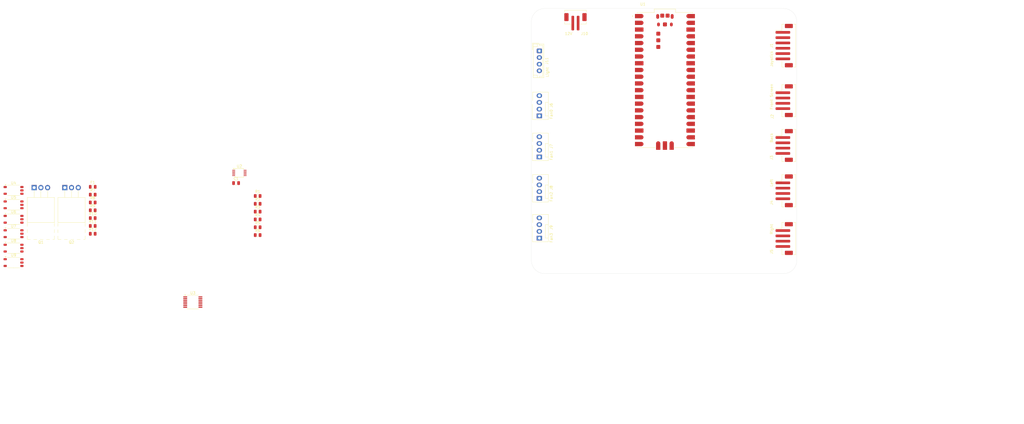
<source format=kicad_pcb>
(kicad_pcb (version 20240108) (generator "pcbnew") (generator_version "8.0")
  (layers (0 "F.Cu" signal) (31 "B.Cu" signal) (34 "B.Paste" user) (35 "F.Paste" user) (36 "B.SilkS" user "B.Silkscreen") (37 "F.SilkS" user "F.Silkscreen") (38 "B.Mask" user) (39 "F.Mask" user) (44 "Edge.Cuts" user))
  (net 0 "")
  (net 1 "Net-(U2-VDD)")
  (net 2 "/GND")
  (net 3 "/TXFinger")
  (net 4 "/SCL")
  (net 5 "/RXFinger")
  (net 6 "/SDA")
  (net 7 "/3.3V")
  (net 8 "/PIR0")
  (net 9 "/US0")
  (net 10 "/PIR1")
  (net 11 "/US1")
  (net 12 "/US2")
  (net 13 "/PIR2")
  (net 14 "/US3")
  (net 15 "/PIR3")
  (net 16 "/PWM0 5V")
  (net 17 "/12V")
  (net 18 "/Fan Sense0")
  (net 19 "/PWM1 5V")
  (net 20 "/Fan Sense1")
  (net 21 "/PWM2 5V")
  (net 22 "/Fan Sense2")
  (net 23 "/PWM3 5V")
  (net 24 "/Fan Sense3")
  (net 25 "/Light Pin 1")
  (net 26 "/PWM2 3.3V")
  (net 28 "/PWM0 3.3V")
  (net 33 "/Light Pin 2")
  (net 43 "/5V")
  (net 48 "/PWM3 3.3V")
  (net 60 "/PWM1 3.3V")
  (net 65 "/Light White Wire")
  (net 66 "/Light Red Wire")
  (net 67 "/Light Blue Wire")
  (net 68 "/Light On 1")
  (net 69 "/Light On 2")
  (net 70 "Net-(U4-Anode)")
  (net 71 "Net-(U5-Anode)")
  (net 72 "Net-(U6-Anode)")
  (net 73 "Net-(U7-Anode)")
  (net 74 "Net-(U8-Anode)")
  (net 75 "Net-(U9-Anode)")
  (footprint "Connector_JST:JST_EH_B4B-EH-A_1x04_P2.50mm_Vertical" (layer "F.Cu") (at 102 53.73 -90)
    (property "Reference" "J11")
    (property "Value" "Light Connector" (hide yes))
  )
  (footprint "Package_SO:SO-5-6_4.55x3.7mm_P1.27mm" (layer "F.Cu") (at -96.1075 122.68)
    (property "Reference" "U7")
    (property "Value" "Optoisolators")
  )
  (footprint "Package_TO_SOT_THT:TO-220-3_Horizontal_TabUp" (layer "F.Cu") (at -88.3475 105.3)
    (property "Reference" "Q1")
    (property "Value" "DMT6009LCT")
  )
  (footprint "Package_SO:TSSOP-10_3x3mm_P0.5mm" (layer "F.Cu") (at -11.015 99.75)
    (property "Reference" "U2")
    (property "Value" "ADS1115IDGS")
  )
  (footprint "Footprints:pico" (layer "F.Cu") (at 149.31 64.73)
    (property "Reference" "U1")
    (property "Value" "Pico")
  )
  (footprint "Connector_JST:JST_PH_B4B-PH-SM4-TB_1x04-1MP_P2.00mm_Vertical" (layer "F.Cu") (at 194.25 72.5 -90)
    (property "Reference" "J2")
    (property "Value" "JST B4B-PH-SM4-TB")
  )
  (footprint "Resistor_SMD:R_0805_2012Metric" (layer "F.Cu") (at -4.135 117.3)
    (property "Reference" "R4")
    (property "Value" "10k")
  )
  (footprint "Fuse:Fuse_0805_2012Metric" (layer "F.Cu") (at -66.2775 105)
    (property "Reference" "F1")
    (property "Value" "Fuse")
  )
  (footprint "Connector_JST:JST_PH_B4B-PH-SM4-TB_1x04-1MP_P2.00mm_Vertical" (layer "F.Cu") (at 194.25 124.5 -90)
    (property "Reference" "J5")
    (property "Value" "JST B4B-PH-SM4-TB")
  )
  (footprint "Connector_JST:JST_PH_B4B-PH-SM4-TB_1x04-1MP_P2.00mm_Vertical" (layer "F.Cu") (at 194.25 106.5 -90)
    (property "Reference" "J4")
    (property "Value" "JST B4B-PH-SM4-TB")
  )
  (footprint "Connector:FanPinHeader_1x04_P2.54mm_Vertical" (layer "F.Cu") (at 102 124.35 90)
    (property "Reference" "J9")
    (property "Value" "~")
  )
  (footprint "Resistor_SMD:R_0805_2012Metric" (layer "F.Cu") (at -66.2775 107.95)
    (property "Reference" "R7")
    (property "Value" "174")
  )
  (footprint "Resistor_SMD:R_0805_2012Metric" (layer "F.Cu") (at -66.2775 116.8)
    (property "Reference" "R10")
    (property "Value" "174")
  )
  (footprint "Connector:FanPinHeader_1x04_P2.54mm_Vertical" (layer "F.Cu") (at 102 78.23 90)
    (property "Reference" "J6")
    (property "Value" "~")
  )
  (footprint "Package_SO:TSSOP-14_4.4x5mm_P0.65mm" (layer "F.Cu") (at -28.565 148.475)
    (property "Reference" "U3")
    (property "Value" "NXB0104PWJ")
  )
  (footprint "Package_SO:SO-5-6_4.55x3.7mm_P1.27mm" (layer "F.Cu") (at -96.1075 117.235)
    (property "Reference" "U6")
    (property "Value" "Optoisolators")
  )
  (footprint "Package_SO:SO-5-6_4.55x3.7mm_P1.27mm" (layer "F.Cu") (at -96.1075 133.57)
    (property "Reference" "U9")
    (property "Value" "Optoisolators")
  )
  (footprint "Package_TO_SOT_THT:TO-220-3_Horizontal_TabUp" (layer "F.Cu") (at -76.7975 105.3)
    (property "Reference" "Q2")
    (property "Value" "DMT6009LCT")
  )
  (footprint "Resistor_SMD:R_0805_2012Metric" (layer "F.Cu") (at -66.2775 122.7)
    (property "Reference" "R12")
    (property "Value" "174")
  )
  (footprint "Resistor_SMD:R_0805_2012Metric" (layer "F.Cu") (at -66.2775 119.75)
    (property "Reference" "R11")
    (property "Value" "174")
  )
  (footprint "Resistor_SMD:R_0805_2012Metric" (layer "F.Cu") (at -4.135 114.35)
    (property "Reference" "R3")
    (property "Value" "10k")
  )
  (footprint "Resistor_SMD:R_0805_2012Metric" (layer "F.Cu") (at -66.2775 113.85)
    (property "Reference" "R9")
    (property "Value" "174")
  )
  (footprint "Connector_JST:JST_PH_B4B-PH-SM4-TB_1x04-1MP_P2.00mm_Vertical" (layer "F.Cu") (at 194.25 89.4 -90)
    (property "Reference" "J3")
    (property "Value" "JST B4B-PH-SM4-TB")
  )
  (footprint "Connector_JST:JST_PH_B2B-PH-SM4-TB_1x02-1MP_P2.00mm_Vertical" (layer "F.Cu") (at 115.6 42.73)
    (property "Reference" "J10")
    (property "Value" "12V Connector" (hide yes))
  )
  (footprint "Resistor_SMD:R_0805_2012Metric" (layer "F.Cu") (at -4.135 108.45)
    (property "Reference" "R1")
    (property "Value" "4.7k")
  )
  (footprint "Resistor_SMD:R_0805_2012Metric" (layer "F.Cu") (at -4.135 111.4)
    (property "Reference" "R2")
    (property "Value" "4.7k")
  )
  (footprint "Connector_JST:JST_PH_B6B-PH-SM4-TB_1x06-1MP_P2.00mm_Vertical" (layer "F.Cu") (at 194.25 51.73 -90)
    (property "Reference" "J1")
    (property "Value" "JST B6B-PH-SM4-TB")
  )
  (footprint "Package_SO:SO-5-6_4.55x3.7mm_P1.27mm" (layer "F.Cu") (at -96.1075 128.125)
    (property "Reference" "U8")
    (property "Value" "Optoisolators")
  )
  (footprint "Resistor_SMD:R_0805_2012Metric" (layer "F.Cu") (at -4.135 120.25)
    (property "Reference" "R5")
    (property "Value" "10k")
  )
  (footprint "Capacitor_SMD:C_0805_2012Metric" (layer "F.Cu") (at -12.265 103.58)
    (property "Reference" "C1")
    (property "Value" "0.1uF")
  )
  (footprint "Connector:FanPinHeader_1x04_P2.54mm_Vertical" (layer "F.Cu") (at 102 109.35 90)
    (property "Reference" "J8")
    (property "Value" "~")
  )
  (footprint "Resistor_SMD:R_0805_2012Metric" (layer "F.Cu") (at -66.2775 110.9)
    (property "Reference" "R8")
    (property "Value" "174")
  )
  (footprint "Package_SO:SO-5-6_4.55x3.7mm_P1.27mm" (layer "F.Cu") (at -96.1075 111.79)
    (property "Reference" "U5")
    (property "Value" "Optoisolators")
  )
  (footprint "Connector:FanPinHeader_1x04_P2.54mm_Vertical" (layer "F.Cu") (at 102 93.73 90)
    (property "Reference" "J7")
    (property "Value" "~")
  )
  (footprint "Resistor_SMD:R_0805_2012Metric" (layer "F.Cu") (at -4.135 123.2)
    (property "Reference" "R6")
    (property "Value" "10k")
  )
  (footprint "Package_SO:SO-5-6_4.55x3.7mm_P1.27mm" (layer "F.Cu") (at -96.1075 106.345)
    (property "Reference" "U4")
    (property "Value" "Optoisolators")
  )
  (gr_arc (start 104 137.73) (mid 100.464466 136.265534) (end 99 132.73) (stroke (width 0.05)) (layer "Edge.Cuts"))
  (gr_arc (start 99 42.73) (mid 100.464466 39.194466) (end 104 37.73) (stroke (width 0.05)) (layer "Edge.Cuts"))
  (gr_arc (start 194 37.73) (mid 197.535534 39.194466) (end 199 42.73) (stroke (width 0.05)) (layer "Edge.Cuts"))
  (gr_arc (start 199 132.73) (mid 197.535534 136.265534) (end 194 137.73) (stroke (width 0.05)) (layer "Edge.Cuts"))
  (gr_line (start 199 42.73) (end 199 132.73) (stroke (width 0.05)) (layer "Edge.Cuts"))
  (gr_line (start 104 37.73) (end 194 37.73) (stroke (width 0.05)) (layer "Edge.Cuts"))
  (gr_line (start 99 42.73) (end 99 132.73) (stroke (width 0.05)) (layer "Edge.Cuts"))
  (gr_line (start 104 137.73) (end 194 137.73) (stroke (width 0.05)) (layer "Edge.Cuts"))
)
</source>
